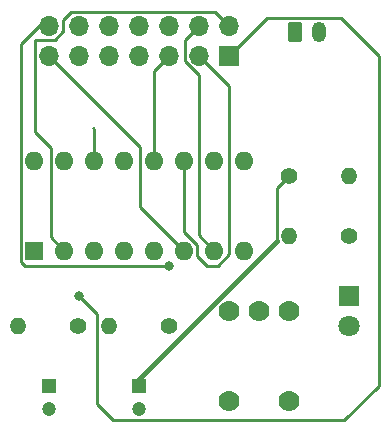
<source format=gbr>
%TF.GenerationSoftware,KiCad,Pcbnew,8.0.1*%
%TF.CreationDate,2024-03-30T16:35:56+02:00*%
%TF.ProjectId,Design PCB assignment,44657369-676e-4205-9043-422061737369,rev?*%
%TF.SameCoordinates,Original*%
%TF.FileFunction,Copper,L2,Bot*%
%TF.FilePolarity,Positive*%
%FSLAX46Y46*%
G04 Gerber Fmt 4.6, Leading zero omitted, Abs format (unit mm)*
G04 Created by KiCad (PCBNEW 8.0.1) date 2024-03-30 16:35:57*
%MOMM*%
%LPD*%
G01*
G04 APERTURE LIST*
G04 Aperture macros list*
%AMRoundRect*
0 Rectangle with rounded corners*
0 $1 Rounding radius*
0 $2 $3 $4 $5 $6 $7 $8 $9 X,Y pos of 4 corners*
0 Add a 4 corners polygon primitive as box body*
4,1,4,$2,$3,$4,$5,$6,$7,$8,$9,$2,$3,0*
0 Add four circle primitives for the rounded corners*
1,1,$1+$1,$2,$3*
1,1,$1+$1,$4,$5*
1,1,$1+$1,$6,$7*
1,1,$1+$1,$8,$9*
0 Add four rect primitives between the rounded corners*
20,1,$1+$1,$2,$3,$4,$5,0*
20,1,$1+$1,$4,$5,$6,$7,0*
20,1,$1+$1,$6,$7,$8,$9,0*
20,1,$1+$1,$8,$9,$2,$3,0*%
G04 Aperture macros list end*
%TA.AperFunction,ComponentPad*%
%ADD10C,1.778000*%
%TD*%
%TA.AperFunction,ComponentPad*%
%ADD11RoundRect,0.250000X-0.350000X-0.625000X0.350000X-0.625000X0.350000X0.625000X-0.350000X0.625000X0*%
%TD*%
%TA.AperFunction,ComponentPad*%
%ADD12O,1.200000X1.750000*%
%TD*%
%TA.AperFunction,ComponentPad*%
%ADD13C,1.400000*%
%TD*%
%TA.AperFunction,ComponentPad*%
%ADD14O,1.400000X1.400000*%
%TD*%
%TA.AperFunction,ComponentPad*%
%ADD15R,1.600000X1.600000*%
%TD*%
%TA.AperFunction,ComponentPad*%
%ADD16O,1.600000X1.600000*%
%TD*%
%TA.AperFunction,ComponentPad*%
%ADD17R,1.200000X1.200000*%
%TD*%
%TA.AperFunction,ComponentPad*%
%ADD18C,1.200000*%
%TD*%
%TA.AperFunction,ComponentPad*%
%ADD19R,1.700000X1.700000*%
%TD*%
%TA.AperFunction,ComponentPad*%
%ADD20O,1.700000X1.700000*%
%TD*%
%TA.AperFunction,ComponentPad*%
%ADD21R,1.800000X1.800000*%
%TD*%
%TA.AperFunction,ComponentPad*%
%ADD22C,1.800000*%
%TD*%
%TA.AperFunction,ViaPad*%
%ADD23C,0.800000*%
%TD*%
%TA.AperFunction,Conductor*%
%ADD24C,0.250000*%
%TD*%
%TA.AperFunction,Conductor*%
%ADD25C,0.400000*%
%TD*%
G04 APERTURE END LIST*
D10*
%TO.P,SW1,1,1*%
%TO.N,Net-(U1-EN1\u002C2)*%
X99060000Y-82550000D03*
%TO.P,SW1,2,2*%
%TO.N,BATT +*%
X93980000Y-82550000D03*
%TO.P,SW1,3*%
%TO.N,N/C*%
X93980000Y-74930000D03*
%TO.P,SW1,4*%
X96520000Y-74930000D03*
%TO.P,SW1,5*%
X99060000Y-74930000D03*
%TD*%
D11*
%TO.P,J1,1,Pin_1*%
%TO.N,GND*%
X99600000Y-51340000D03*
D12*
%TO.P,J1,2,Pin_2*%
%TO.N,BATT +*%
X101600000Y-51340000D03*
%TD*%
D13*
%TO.P,Rprog1,1*%
%TO.N,Net-(U2-PROG)*%
X104140000Y-68580000D03*
D14*
%TO.P,Rprog1,2*%
%TO.N,Net-(U2-V_{SS})*%
X104140000Y-63500000D03*
%TD*%
D13*
%TO.P,Rled1,1*%
%TO.N,5V*%
X99060000Y-63500000D03*
D14*
%TO.P,Rled1,2*%
%TO.N,Net-(charging1-A)*%
X99060000Y-68580000D03*
%TD*%
D15*
%TO.P,U1,1,EN1\u002C2*%
%TO.N,BATT +*%
X77485000Y-69840000D03*
D16*
%TO.P,U1,2,1A*%
%TO.N,PWM1*%
X80025000Y-69840000D03*
%TO.P,U1,3,1Y*%
%TO.N,Motor1_B*%
X82565000Y-69840000D03*
%TO.P,U1,4,GND*%
%TO.N,GND*%
X85105000Y-69840000D03*
%TO.P,U1,5,GND*%
X87645000Y-69840000D03*
%TO.P,U1,6,2Y*%
%TO.N,Motor1_A*%
X90185000Y-69840000D03*
%TO.P,U1,7,2A*%
%TO.N,PWM2*%
X92725000Y-69840000D03*
%TO.P,U1,8,VCC2*%
%TO.N,BATT +*%
X95265000Y-69840000D03*
%TO.P,U1,9,EN3\u002C4*%
X95265000Y-62220000D03*
%TO.P,U1,10,3A*%
%TO.N,PWM3*%
X92725000Y-62220000D03*
%TO.P,U1,11,3Y*%
%TO.N,Motor2_B*%
X90185000Y-62220000D03*
%TO.P,U1,12,GND*%
%TO.N,GND*%
X87645000Y-62220000D03*
%TO.P,U1,13,GND*%
X85105000Y-62220000D03*
%TO.P,U1,14,4Y*%
%TO.N,Motor2_A*%
X82565000Y-62220000D03*
%TO.P,U1,15,4A*%
%TO.N,PWM4*%
X80025000Y-62220000D03*
%TO.P,U1,16,VCC1*%
%TO.N,BATT +*%
X77485000Y-62220000D03*
%TD*%
D13*
%TO.P,R9,1*%
%TO.N,BATT +*%
X88900000Y-76200000D03*
D14*
%TO.P,R9,2*%
%TO.N,BATT_ADC*%
X83820000Y-76200000D03*
%TD*%
D13*
%TO.P,R10,1*%
%TO.N,BATT_ADC*%
X81170000Y-76200000D03*
D14*
%TO.P,R10,2*%
%TO.N,GND*%
X76090000Y-76200000D03*
%TD*%
D17*
%TO.P,C2,1*%
%TO.N,BATT +*%
X78740000Y-81280000D03*
D18*
%TO.P,C2,2*%
%TO.N,GND*%
X78740000Y-83280000D03*
%TD*%
D19*
%TO.P,J2,1,Pin_1*%
%TO.N,Motor2_A*%
X93980000Y-53340000D03*
D20*
%TO.P,J2,2,Pin_2*%
%TO.N,PWM1*%
X93980000Y-50800000D03*
%TO.P,J2,3,Pin_3*%
%TO.N,Motor2_B*%
X91440000Y-53340000D03*
%TO.P,J2,4,Pin_4*%
%TO.N,PWM2*%
X91440000Y-50800000D03*
%TO.P,J2,5,Pin_5*%
%TO.N,GND*%
X88900000Y-53340000D03*
%TO.P,J2,6,Pin_6*%
X88900000Y-50800000D03*
%TO.P,J2,7,Pin_7*%
%TO.N,BATT +*%
X86360000Y-53340000D03*
%TO.P,J2,8,Pin_8*%
X86360000Y-50800000D03*
%TO.P,J2,9,Pin_9*%
%TO.N,RESV*%
X83820000Y-53340000D03*
%TO.P,J2,10,Pin_10*%
%TO.N,BATT_ADC*%
X83820000Y-50800000D03*
%TO.P,J2,11,Pin_11*%
%TO.N,5V*%
X81280000Y-53340000D03*
%TO.P,J2,12,Pin_12*%
X81280000Y-50800000D03*
%TO.P,J2,13,Pin_13*%
%TO.N,Motor1_A*%
X78740000Y-53340000D03*
%TO.P,J2,14,Pin_14*%
%TO.N,PWM3*%
X78740000Y-50800000D03*
%TD*%
D17*
%TO.P,C1,1*%
%TO.N,5V*%
X86360000Y-81280000D03*
D18*
%TO.P,C1,2*%
%TO.N,GND*%
X86360000Y-83280000D03*
%TD*%
D21*
%TO.P,charging1,1,K*%
%TO.N,Net-(U2-STAT)*%
X104140000Y-73660000D03*
D22*
%TO.P,charging1,2,A*%
%TO.N,Net-(charging1-A)*%
X104140000Y-76200000D03*
%TD*%
D23*
%TO.N,Motor2_A*%
X81280000Y-73660000D03*
%TO.N,PWM3*%
X88900000Y-71120000D03*
%TD*%
D24*
%TO.N,5V*%
X86360000Y-81280000D02*
X86360000Y-80680000D01*
X98035000Y-69005000D02*
X98035000Y-64525000D01*
D25*
X86360000Y-80680000D02*
X98035000Y-69005000D01*
D24*
X98035000Y-64525000D02*
X99060000Y-63500000D01*
%TO.N,GND*%
X87645000Y-54595000D02*
X88900000Y-53340000D01*
X87645000Y-62220000D02*
X87645000Y-54595000D01*
%TO.N,Motor2_A*%
X82795000Y-75175000D02*
X82795000Y-82795000D01*
X104140000Y-50800000D02*
X106680000Y-53340000D01*
X81280000Y-73660000D02*
X82795000Y-75175000D01*
X84205000Y-84205000D02*
X103755000Y-84205000D01*
X106680000Y-53340000D02*
X106680000Y-81280000D01*
X82565000Y-62220000D02*
X82565000Y-59565000D01*
X96520000Y-50800000D02*
X97180000Y-50140000D01*
X82565000Y-59565000D02*
X82500000Y-59500000D01*
X103480000Y-50140000D02*
X104140000Y-50800000D01*
X103755000Y-84205000D02*
X106680000Y-81280000D01*
X82795000Y-82795000D02*
X84205000Y-84205000D01*
X97180000Y-50140000D02*
X103480000Y-50140000D01*
X93980000Y-53340000D02*
X96520000Y-50800000D01*
%TO.N,PWM1*%
X77569656Y-51970344D02*
X77565000Y-51975000D01*
X79229710Y-51970344D02*
X77569656Y-51970344D01*
X79915000Y-51285054D02*
X79229710Y-51970344D01*
X78900000Y-68715000D02*
X80025000Y-69840000D01*
X93980000Y-50800000D02*
X92809656Y-49629656D01*
X78900000Y-61120000D02*
X78900000Y-68715000D01*
X92809656Y-49629656D02*
X80600290Y-49629656D01*
X77565000Y-59785000D02*
X78900000Y-61120000D01*
X80600290Y-49629656D02*
X79915000Y-50314946D01*
X79915000Y-50314946D02*
X79915000Y-51285054D01*
X77565000Y-51975000D02*
X77565000Y-59785000D01*
%TO.N,Motor2_B*%
X91310000Y-70298878D02*
X92131122Y-71120000D01*
X93980000Y-68580000D02*
X93980000Y-55880000D01*
X91310000Y-69381122D02*
X91310000Y-70298878D01*
X92131122Y-71120000D02*
X93028878Y-71120000D01*
X93980000Y-55880000D02*
X91440000Y-53340000D01*
X93980000Y-70168878D02*
X93980000Y-68580000D01*
X90185000Y-68256122D02*
X91310000Y-69381122D01*
X90185000Y-62220000D02*
X90185000Y-68256122D01*
X93028878Y-71120000D02*
X93980000Y-70168878D01*
%TO.N,PWM2*%
X90265000Y-51975000D02*
X91440000Y-50800000D01*
X90265000Y-53825054D02*
X90265000Y-51975000D01*
X92725000Y-69840000D02*
X91440000Y-68555000D01*
X91440000Y-68555000D02*
X91440000Y-55000054D01*
X91440000Y-55000054D02*
X90265000Y-53825054D01*
%TO.N,Motor1_A*%
X78740000Y-53340000D02*
X86495000Y-61095000D01*
X86495000Y-61095000D02*
X86495000Y-66150000D01*
X86495000Y-66150000D02*
X90185000Y-69840000D01*
%TO.N,PWM3*%
X76360000Y-70774620D02*
X76705380Y-71120000D01*
X76705380Y-71120000D02*
X88900000Y-71120000D01*
X78740000Y-50800000D02*
X77890000Y-50800000D01*
X76360000Y-52330000D02*
X76360000Y-70774620D01*
X77890000Y-50800000D02*
X76360000Y-52330000D01*
%TD*%
M02*

</source>
